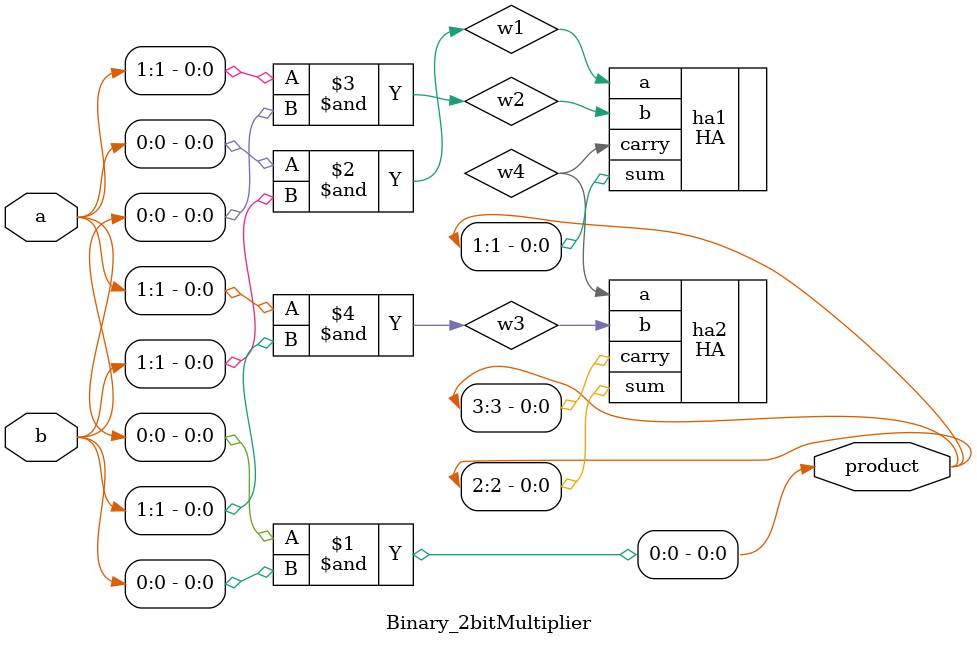
<source format=v>
`timescale 1ns / 1ps


module Binary_2bitMultiplier(input [1:0]a,b,output [3:0]product

    );
    wire w1,w2,w3,w4,w5;
    and a1(product[0],a[0],b[0]);
    and a2(w1,a[0],b[1]);
    and a3(w2,a[1],b[0]);
    and a4(w3,a[1],b[1]);
    HA ha1(.a(w1),.b(w2),.sum(product[1]),.carry(w4));
    HA ha2(.a(w4),.b(w3),.sum(product[2]),.carry(product[3]));
    
endmodule

</source>
